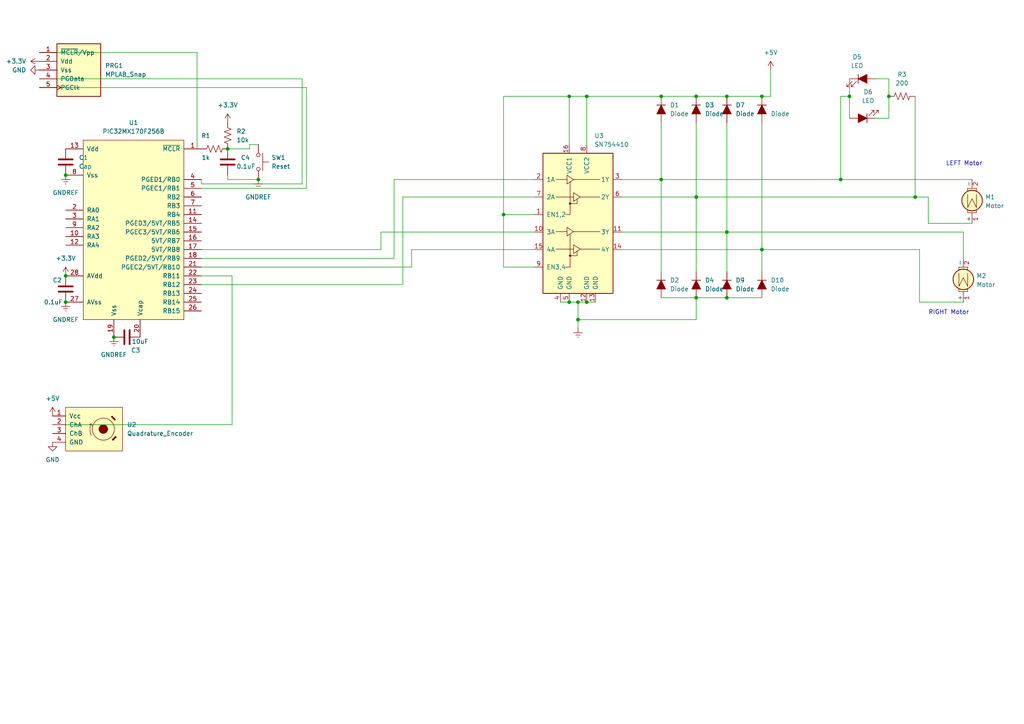
<source format=kicad_sch>
(kicad_sch (version 20230121) (generator eeschema)
  (paper "A4")
  (lib_symbols
    (symbol "ME218_BaseLib:Cap" (pin_numbers hide) (pin_names (offset 0.254))
      (property "Reference" "C" (at 0.635 2.54 0))
      (property "Value" "Cap" (at 0.635 -2.54 0))
      (symbol "Cap_0_1"
        (polyline (pts (xy -2.032 -0.762) (xy 2.032 -0.762)) (stroke (width 0.508)))
        (polyline (pts (xy -2.032 0.762) (xy 2.032 0.762)) (stroke (width 0.508)))
      )
      (symbol "Cap_1_1"
        (pin passive line (at 0 3.81 270) (length 2.794) (name "~") (number "1"))
        (pin passive line (at 0 -3.81 90) (length 2.794) (name "~") (number "2"))
      )
    )
    (symbol "ME218_BaseLib:Diode" (pin_numbers hide) (pin_names (offset 1.016) hide)
      (property "Reference" "D" (at 0 2.54 0))
      (property "Value" "Diode" (at 0 -2.54 0))
      (symbol "Diode_0_1"
        (polyline (pts (xy -1.27 1.27) (xy -1.27 -1.27)) (stroke (width 0.2032)))
        (polyline (pts (xy 1.27 0) (xy -1.27 0)))
        (polyline (pts (xy 1.27 1.27) (xy 1.27 -1.27) (xy -1.27 0) (xy 1.27 1.27)) (stroke (width 0.2032)) (fill (type outline)))
      )
      (symbol "Diode_1_1"
        (pin passive line (at -3.81 0 0) (length 2.54) (name "K") (number "1"))
        (pin passive line (at 3.81 0 180) (length 2.54) (name "A") (number "2"))
      )
    )
    (symbol "ME218_BaseLib:L293NE" (pin_names (offset 1.016))
      (property "Reference" "U" (at -5.08 26.035 0))
      (property "Value" "L293NE" (at -5.08 24.13 0))
      (symbol "L293NE_0_1"
        (rectangle (start -10.16 22.86) (end 10.16 -17.78) (stroke (width 0.254)) (fill (type background)))
        (circle (center -2.286 -6.858) (radius 0.254) (fill (type outline)))
        (circle (center -2.286 8.255) (radius 0.254) (fill (type outline)))
        (polyline (pts (xy -6.35 -4.953) (xy -1.27 -4.953)))
        (polyline (pts (xy -6.35 0.127) (xy -3.175 0.127)))
        (polyline (pts (xy -6.35 10.16) (xy -1.27 10.16)))
        (polyline (pts (xy -6.35 15.24) (xy -3.175 15.24)))
        (polyline (pts (xy -1.27 0.127) (xy 6.35 0.127)))
        (polyline (pts (xy -1.27 15.24) (xy 6.35 15.24)))
        (polyline (pts (xy 0.635 -4.953) (xy 6.35 -4.953)))
        (polyline (pts (xy 0.635 10.16) (xy 6.35 10.16)))
        (polyline (pts (xy -2.286 -6.858) (xy -0.254 -6.858) (xy -0.254 -5.588)))
        (polyline (pts (xy -2.286 -0.635) (xy -2.286 -10.16) (xy -3.556 -10.16)))
        (polyline (pts (xy -2.286 8.255) (xy -0.254 8.255) (xy -0.254 9.525)))
        (polyline (pts (xy -2.286 14.478) (xy -2.286 5.08) (xy -3.556 5.08)))
        (polyline (pts (xy -3.175 1.397) (xy -3.175 -1.143) (xy -1.27 0.127) (xy -3.175 1.397)))
        (polyline (pts (xy -3.175 16.51) (xy -3.175 13.97) (xy -1.27 15.24) (xy -3.175 16.51)))
        (polyline (pts (xy -1.27 -3.683) (xy -1.27 -6.223) (xy 0.635 -4.953) (xy -1.27 -3.683)))
        (polyline (pts (xy -1.27 11.43) (xy -1.27 8.89) (xy 0.635 10.16) (xy -1.27 11.43)))
      )
      (symbol "L293NE_1_1"
        (pin input line (at -12.7 5.08 0) (length 2.54) (name "EN1,2") (number "1"))
        (pin input line (at -12.7 0 0) (length 2.54) (name "3A") (number "10"))
        (pin output line (at 12.7 0 180) (length 2.54) (name "3Y") (number "11"))
        (pin power_in line (at 2.54 -20.32 90) (length 2.54) (name "GND") (number "12"))
        (pin power_in line (at 5.08 -20.32 90) (length 2.54) (name "GND") (number "13"))
        (pin output line (at 12.7 -5.08 180) (length 2.54) (name "4Y") (number "14"))
        (pin input line (at -12.7 -5.08 0) (length 2.54) (name "4A") (number "15"))
        (pin power_in line (at -2.54 25.4 270) (length 2.54) (name "VCC1") (number "16"))
        (pin input line (at -12.7 15.24 0) (length 2.54) (name "1A") (number "2"))
        (pin output line (at 12.7 15.24 180) (length 2.54) (name "1Y") (number "3"))
        (pin power_in line (at -5.08 -20.32 90) (length 2.54) (name "GND") (number "4"))
        (pin power_in line (at -2.54 -20.32 90) (length 2.54) (name "GND") (number "5"))
        (pin output line (at 12.7 10.16 180) (length 2.54) (name "2Y") (number "6"))
        (pin input line (at -12.7 10.16 0) (length 2.54) (name "2A") (number "7"))
        (pin power_in line (at 2.54 25.4 270) (length 2.54) (name "VCC2") (number "8"))
        (pin input line (at -12.7 -10.16 0) (length 2.54) (name "EN3,4") (number "9"))
      )
    )
    (symbol "ME218_BaseLib:LED" (pin_numbers hide) (pin_names (offset 1.016) hide)
      (property "Reference" "D" (at 0 2.54 0))
      (property "Value" "LED" (at 0 -2.54 0))
      (symbol "LED_0_1"
        (polyline (pts (xy -1.27 -1.27) (xy -1.27 1.27)) (stroke (width 0.2032)))
        (polyline (pts (xy -1.27 0) (xy 1.27 0)))
        (polyline (pts (xy 1.27 -1.27) (xy 1.27 1.27) (xy -1.27 0) (xy 1.27 -1.27)) (stroke (width 0.2032)) (fill (type outline)))
        (polyline (pts (xy -3.048 -0.762) (xy -4.572 -2.286) (xy -3.81 -2.286) (xy -4.572 -2.286) (xy -4.572 -1.524)))
        (polyline (pts (xy -1.778 -0.762) (xy -3.302 -2.286) (xy -2.54 -2.286) (xy -3.302 -2.286) (xy -3.302 -1.524)))
      )
      (symbol "LED_1_1"
        (pin passive line (at -3.81 0 0) (length 2.54) (name "K") (number "1"))
        (pin passive line (at 3.81 0 180) (length 2.54) (name "A") (number "2"))
      )
    )
    (symbol "ME218_BaseLib:MPLAB_Snap" (pin_names (offset 1.016))
      (property "Reference" "PRG" (at 0 8.89 0))
      (property "Value" "MPLAB_Snap" (at 8.89 1.27 90))
      (symbol "MPLAB_Snap_0_1"
        (rectangle (start -6.35 7.62) (end 6.35 -7.62) (stroke (width 0.254)) (fill (type background)))
      )
      (symbol "MPLAB_Snap_1_1"
        (pin output line (at -11.43 5.08 0) (length 5.08) (name "~{MCLR}/Vpp") (number "1"))
        (pin input line (at -11.43 2.54 0) (length 5.08) (name "Vdd") (number "2"))
        (pin input line (at -11.43 0 0) (length 5.08) (name "Vss") (number "3"))
        (pin bidirectional line (at -11.43 -2.54 0) (length 5.08) (name "PGData") (number "4"))
        (pin output clock (at -11.43 -5.08 0) (length 5.08) (name "PGClk") (number "5"))
        (pin no_connect line (at -2.54 -11.43 0) (length 5.08) hide (name "NC") (number "6"))
        (pin no_connect line (at -2.54 -13.97 0) (length 5.08) hide (name "NC") (number "7"))
        (pin no_connect line (at -2.54 -16.51 0) (length 5.08) hide (name "NC") (number "8"))
      )
    )
    (symbol "ME218_BaseLib:Motor" (pin_names (offset 0))
      (property "Reference" "M" (at 2.54 2.54 0))
      (property "Value" "Motor" (at 2.54 -5.08 0))
      (symbol "Motor_0_0"
        (circle (center 0 -1.524) (radius 2.9718) (stroke (width 0.254)) (fill (type background)))
        (polyline (pts (xy -1.27 -4.318) (xy -1.27 -5.08) (xy 1.27 -5.08) (xy 1.27 -4.318)) (fill (type background)))
        (polyline (pts (xy -1.27 1.27) (xy -1.27 2.032) (xy 1.27 2.032) (xy 1.27 1.27)) (fill (type background)))
        (polyline (pts (xy -1.27 -3.302) (xy -1.27 0.508) (xy 0 -2.032) (xy 1.27 0.508) (xy 1.27 -3.302)))
      )
      (symbol "Motor_0_1"
        (polyline (pts (xy 0 2.032) (xy 0 2.54)))
      )
      (symbol "Motor_1_1"
        (pin passive line (at 0 5.08 270) (length 2.54) (name "+") (number "1"))
        (pin passive line (at 0 -7.62 90) (length 2.54) (name "-") (number "2"))
      )
    )
    (symbol "ME218_BaseLib:PIC32MX170F256B" (pin_names (offset 1.016))
      (property "Reference" "U" (at -20.32 25.4 0))
      (property "Value" "PIC32MX170F256B" (at -7.62 25.4 0))
      (symbol "PIC32MX170F256B_0_1"
        (rectangle (start -21.59 24.13) (end 7.62 -27.94) (fill (type background)))
      )
      (symbol "PIC32MX170F256B_1_1"
        (pin input line (at 12.7 21.59 180) (length 5.08) (name "~{MCLR}") (number "1"))
        (pin bidirectional line (at -26.67 -3.81 0) (length 5.08) (name "RA3") (number "10"))
        (pin bidirectional line (at 12.7 2.54 180) (length 5.08) (name "RB4") (number "11"))
        (pin bidirectional line (at -26.67 -6.35 0) (length 5.08) (name "RA4") (number "12"))
        (pin power_in line (at -26.67 21.59 0) (length 5.08) (name "Vdd") (number "13"))
        (pin bidirectional line (at 12.7 0 180) (length 5.08) (name "PGED3/5VT/RB5") (number "14"))
        (pin bidirectional line (at 12.7 -2.54 180) (length 5.08) (name "PGEC3/5VT/RB6") (number "15"))
        (pin bidirectional line (at 12.7 -5.08 180) (length 5.08) (name "5VT/RB7") (number "16"))
        (pin bidirectional line (at 12.7 -7.62 180) (length 5.08) (name "5VT/RB8") (number "17"))
        (pin bidirectional line (at 12.7 -10.16 180) (length 5.08) (name "PGED2/5VT/RB9") (number "18"))
        (pin power_in line (at -12.7 -33.02 90) (length 5.08) (name "Vss") (number "19"))
        (pin bidirectional line (at -26.67 3.81 0) (length 5.08) (name "RA0") (number "2"))
        (pin input line (at -5.08 -33.02 90) (length 5.08) (name "Vcap") (number "20"))
        (pin bidirectional line (at 12.7 -12.7 180) (length 5.08) (name "PGEC2/5VT/RB10") (number "21"))
        (pin bidirectional line (at 12.7 -15.24 180) (length 5.08) (name "RB11") (number "22"))
        (pin bidirectional line (at 12.7 -17.78 180) (length 5.08) (name "RB12") (number "23"))
        (pin bidirectional line (at 12.7 -20.32 180) (length 5.08) (name "RB13") (number "24"))
        (pin bidirectional line (at 12.7 -22.86 180) (length 5.08) (name "RB14") (number "25"))
        (pin bidirectional line (at 12.7 -25.4 180) (length 5.08) (name "RB15") (number "26"))
        (pin power_in line (at -26.67 -22.86 0) (length 5.08) (name "AVss") (number "27"))
        (pin power_in line (at -26.67 -15.24 0) (length 5.08) (name "AVdd") (number "28"))
        (pin bidirectional line (at -26.67 1.27 0) (length 5.08) (name "RA1") (number "3"))
        (pin bidirectional line (at 12.7 12.7 180) (length 5.08) (name "PGED1/RB0") (number "4"))
        (pin bidirectional line (at 12.7 10.16 180) (length 5.08) (name "PGEC1/RB1") (number "5"))
        (pin bidirectional line (at 12.7 7.62 180) (length 5.08) (name "RB2") (number "6"))
        (pin bidirectional line (at 12.7 5.08 180) (length 5.08) (name "RB3") (number "7"))
        (pin power_in line (at -26.67 13.97 0) (length 5.08) (name "Vss") (number "8"))
        (pin bidirectional line (at -26.67 -1.27 0) (length 5.08) (name "RA2") (number "9"))
      )
    )
    (symbol "ME218_BaseLib:Quadrature_Encoder" (pin_names (offset 1.016))
      (property "Reference" "U" (at 0 20.32 0))
      (property "Value" "Quadrature_Encoder" (at 2.54 17.78 0))
      (symbol "Quadrature_Encoder_0_1"
        (rectangle (start -3.81 6.35) (end 12.7 -6.35) (fill (type background)))
        (polyline (pts (xy 3.556 1.524) (xy 3.048 1.27)))
        (polyline (pts (xy 3.556 1.524) (xy 3.81 1.016)))
        (polyline (pts (xy 9.398 3.556) (xy 10.414 2.54) (xy 10.668 2.794) (xy 9.652 3.81) (xy 9.398 3.556)) (fill (type outline)))
        (polyline (pts (xy 9.652 -3.048) (xy 10.668 -2.032) (xy 10.922 -2.286) (xy 9.906 -3.302) (xy 9.652 -3.048)) (fill (type outline)))
        (arc (start 3.556 1.524) (mid 3.2334 -0.127) (end 3.556 -1.778))
        (circle (center 7.112 0) (radius 1.27) (fill (type outline)))
        (circle (center 7.112 0) (radius 3.2004))
        (rectangle (start 12.7 0) (end 12.7 0))
      )
      (symbol "Quadrature_Encoder_1_1"
        (pin power_in line (at -7.62 3.81 0) (length 3.81) (name "Vcc") (number "1"))
        (pin output line (at -7.62 1.27 0) (length 3.81) (name "ChA") (number "2"))
        (pin output line (at -7.62 -1.27 0) (length 3.81) (name "ChB") (number "3"))
        (pin power_in line (at -7.62 -3.81 0) (length 3.81) (name "GND") (number "4"))
      )
    )
    (symbol "ME218_BaseLib:Res1" (pin_numbers hide) (pin_names (offset 0))
      (property "Reference" "R" (at 2.54 0 90))
      (property "Value" "Res1" (at -2.54 0 90))
      (symbol "Res1_0_1"
        (polyline (pts (xy 0 -2.286) (xy 0 -2.54)))
        (polyline (pts (xy 0 2.286) (xy 0 2.54)))
        (polyline (pts (xy 0 -0.762) (xy 1.016 -1.143) (xy 0 -1.524) (xy -1.016 -1.905) (xy 0 -2.286)))
        (polyline (pts (xy 0 0.762) (xy 1.016 0.381) (xy 0 0) (xy -1.016 -0.381) (xy 0 -0.762)))
        (polyline (pts (xy 0 2.286) (xy 1.016 1.905) (xy 0 1.524) (xy -1.016 1.143) (xy 0 0.762)))
      )
      (symbol "Res1_1_1"
        (pin passive line (at 0 3.81 270) (length 1.27) (name "~") (number "1"))
        (pin passive line (at 0 -3.81 90) (length 1.27) (name "~") (number "2"))
      )
    )
    (symbol "ME218_BaseLib:SW_Push" (pin_numbers hide) (pin_names (offset 1.016) hide)
      (property "Reference" "SW" (at 1.27 2.54 0))
      (property "Value" "SW_Push" (at 0 -1.524 0))
      (symbol "SW_Push_0_1"
        (circle (center -2.032 0) (radius 0.508))
        (polyline (pts (xy 0 1.27) (xy 0 3.048)))
        (polyline (pts (xy 2.54 1.27) (xy -2.54 1.27)))
        (circle (center 2.032 0) (radius 0.508))
        (pin passive line (at -5.08 0 0) (length 2.54) (name "1") (number "1"))
        (pin passive line (at 5.08 0 180) (length 2.54) (name "2") (number "2"))
      )
    )
    (symbol "Res1_1" (pin_numbers hide) (pin_names (offset 0))
      (property "Reference" "R" (at 2.54 0 90))
      (property "Value" "Res1" (at -2.54 0 90))
      (symbol "Res1_1_0_1"
        (polyline (pts (xy 0 -2.286) (xy 0 -2.54)))
        (polyline (pts (xy 0 2.286) (xy 0 2.54)))
        (polyline (pts (xy 0 -0.762) (xy 1.016 -1.143) (xy 0 -1.524) (xy -1.016 -1.905) (xy 0 -2.286)))
        (polyline (pts (xy 0 0.762) (xy 1.016 0.381) (xy 0 0) (xy -1.016 -0.381) (xy 0 -0.762)))
        (polyline (pts (xy 0 2.286) (xy 1.016 1.905) (xy 0 1.524) (xy -1.016 1.143) (xy 0 0.762)))
      )
      (symbol "Res1_1_1_1"
        (pin passive line (at 0 3.81 270) (length 1.27) (name "~") (number "1"))
        (pin passive line (at 0 -3.81 90) (length 1.27) (name "~") (number "2"))
      )
    )
    (symbol "power:+3.3V" (power) (pin_names (offset 0))
      (property "Value" "+3.3V" (at 0 3.556 0))
      (symbol "+3.3V_0_1"
        (polyline (pts (xy -0.762 1.27) (xy 0 2.54)))
        (polyline (pts (xy 0 0) (xy 0 2.54)))
        (polyline (pts (xy 0 2.54) (xy 0.762 1.27)))
      )
      (symbol "+3.3V_1_1"
        (pin power_in line (at 0 0 90) (length 0) hide (name "+3.3V") (number "1"))
      )
    )
    (symbol "power:+5V" (power) (pin_names (offset 0))
      (property "Value" "+5V" (at 0 3.556 0))
      (symbol "+5V_0_1"
        (polyline (pts (xy -0.762 1.27) (xy 0 2.54)))
        (polyline (pts (xy 0 0) (xy 0 2.54)))
        (polyline (pts (xy 0 2.54) (xy 0.762 1.27)))
      )
      (symbol "+5V_1_1"
        (pin power_in line (at 0 0 90) (length 0) hide (name "+5V") (number "1"))
      )
    )
    (symbol "power:Earth" (power) (pin_names (offset 0))
      (symbol "Earth_0_1"
        (polyline (pts (xy -0.635 -1.905) (xy 0.635 -1.905)))
        (polyline (pts (xy -0.127 -2.54) (xy 0.127 -2.54)))
        (polyline (pts (xy 0 -1.27) (xy 0 0)))
        (polyline (pts (xy 1.27 -1.27) (xy -1.27 -1.27)))
      )
      (symbol "Earth_1_1"
        (pin power_in line (at 0 0 270) (length 0) hide (name "Earth") (number "1"))
      )
    )
    (symbol "power:GND" (power) (pin_names (offset 0))
      (property "Value" "GND" (at 0 -3.81 0))
      (symbol "GND_0_1"
        (polyline (pts (xy 0 0) (xy 0 -1.27) (xy 1.27 -1.27) (xy 0 -2.54) (xy -1.27 -1.27) (xy 0 -1.27)))
      )
      (symbol "GND_1_1"
        (pin power_in line (at 0 0 270) (length 0) hide (name "GND") (number "1"))
      )
    )
    (symbol "power:GNDREF" (power) (pin_names (offset 0))
      (property "Value" "GNDREF" (at 0 -3.81 0))
      (symbol "GNDREF_0_1"
        (polyline (pts (xy -0.635 -1.905) (xy 0.635 -1.905)))
        (polyline (pts (xy -0.127 -2.54) (xy 0.127 -2.54)))
        (polyline (pts (xy 0 -1.27) (xy 0 0)))
        (polyline (pts (xy 1.27 -1.27) (xy -1.27 -1.27)))
      )
      (symbol "GNDREF_1_1"
        (pin power_in line (at 0 0 270) (length 0) hide (name "GNDREF") (number "1"))
      )
    )
  )
  (junction (at 191.77 52.07))
  (junction (at 201.93 86.36))
  (junction (at 33.02 97.79))
  (junction (at 220.98 27.94))
  (junction (at 19.05 50.8))
  (junction (at 74.93 52.07))
  (junction (at 210.82 86.36))
  (junction (at 246.38 27.94))
  (junction (at 210.82 67.31))
  (junction (at 257.81 27.94))
  (junction (at 265.43 57.15))
  (junction (at 167.64 87.63))
  (junction (at 170.18 27.94))
  (junction (at 165.1 27.94))
  (junction (at 19.05 87.63))
  (junction (at 220.98 72.39))
  (junction (at 170.18 87.63))
  (junction (at 146.05 62.23))
  (junction (at 210.82 27.94))
  (junction (at 167.64 92.71))
  (junction (at 66.04 43.18))
  (junction (at 201.93 27.94))
  (junction (at 243.84 52.07))
  (junction (at 201.93 57.15))
  (junction (at 165.1 87.63))
  (junction (at 19.05 80.01))
  (junction (at 191.77 27.94))
  (wire (pts (xy 210.82 67.31) (xy 279.4 67.31)))
  (wire (pts (xy 266.7 72.39) (xy 266.7 87.63)))
  (wire (pts (xy 279.4 67.31) (xy 279.4 74.93)))
  (wire (pts (xy 165.1 41.91) (xy 165.1 27.94)))
  (wire (pts (xy 180.34 52.07) (xy 191.77 52.07)))
  (wire (pts (xy 87.63 22.86) (xy 87.63 53.34)))
  (wire (pts (xy 243.84 27.94) (xy 243.84 52.07)))
  (wire (pts (xy 246.38 27.94) (xy 243.84 27.94)))
  (wire (pts (xy 116.84 82.55) (xy 116.84 57.15)))
  (wire (pts (xy 146.05 62.23) (xy 146.05 77.47)))
  (wire (pts (xy 265.43 27.94) (xy 265.43 57.15)))
  (wire (pts (xy 110.49 67.31) (xy 154.94 67.31)))
  (wire (pts (xy 220.98 35.56) (xy 220.98 72.39)))
  (wire (pts (xy 167.64 87.63) (xy 167.64 92.71)))
  (wire (pts (xy 88.9 25.4) (xy 88.9 54.61)))
  (wire (pts (xy 265.43 57.15) (xy 269.24 57.15)))
  (wire (pts (xy 254 34.29) (xy 257.81 34.29)))
  (wire (pts (xy 72.39 43.18) (xy 66.04 43.18)))
  (wire (pts (xy 266.7 87.63) (xy 279.4 87.63)))
  (wire (pts (xy 269.24 64.77) (xy 281.94 64.77)))
  (wire (pts (xy 66.04 50.8) (xy 66.04 52.07)))
  (wire (pts (xy 74.93 41.91) (xy 72.39 41.91)))
  (wire (pts (xy 257.81 34.29) (xy 257.81 27.94)))
  (wire (pts (xy 11.43 25.4) (xy 88.9 25.4)))
  (wire (pts (xy 72.39 41.91) (xy 72.39 43.18)))
  (wire (pts (xy 191.77 52.07) (xy 191.77 78.74)))
  (wire (pts (xy 119.38 72.39) (xy 154.94 72.39)))
  (wire (pts (xy 66.04 52.07) (xy 74.93 52.07)))
  (wire (pts (xy 154.94 77.47) (xy 146.05 77.47)))
  (wire (pts (xy 191.77 86.36) (xy 201.93 86.36)))
  (wire (pts (xy 58.42 74.93) (xy 114.3 74.93)))
  (wire (pts (xy 210.82 67.31) (xy 210.82 78.74)))
  (wire (pts (xy 87.63 53.34) (xy 58.42 53.34)))
  (wire (pts (xy 201.93 86.36) (xy 210.82 86.36)))
  (wire (pts (xy 57.15 43.18) (xy 57.15 15.24)))
  (wire (pts (xy 88.9 54.61) (xy 58.42 54.61)))
  (wire (pts (xy 191.77 27.94) (xy 201.93 27.94)))
  (wire (pts (xy 246.38 27.94) (xy 246.38 34.29)))
  (wire (pts (xy 201.93 86.36) (xy 201.93 92.71)))
  (wire (pts (xy 167.64 87.63) (xy 170.18 87.63)))
  (wire (pts (xy 116.84 57.15) (xy 154.94 57.15)))
  (wire (pts (xy 201.93 27.94) (xy 210.82 27.94)))
  (wire (pts (xy 170.18 27.94) (xy 170.18 41.91)))
  (wire (pts (xy 114.3 74.93) (xy 114.3 52.07)))
  (wire (pts (xy 165.1 27.94) (xy 170.18 27.94)))
  (wire (pts (xy 191.77 52.07) (xy 243.84 52.07)))
  (wire (pts (xy 243.84 52.07) (xy 281.94 52.07)))
  (wire (pts (xy 15.24 123.19) (xy 67.31 123.19)))
  (wire (pts (xy 58.42 72.39) (xy 110.49 72.39)))
  (wire (pts (xy 114.3 52.07) (xy 154.94 52.07)))
  (wire (pts (xy 146.05 27.94) (xy 146.05 62.23)))
  (wire (pts (xy 210.82 35.56) (xy 210.82 67.31)))
  (wire (pts (xy 201.93 57.15) (xy 201.93 78.74)))
  (wire (pts (xy 67.31 123.19) (xy 67.31 80.01)))
  (wire (pts (xy 162.56 87.63) (xy 165.1 87.63)))
  (wire (pts (xy 257.81 22.86) (xy 257.81 27.94)))
  (wire (pts (xy 154.94 62.23) (xy 146.05 62.23)))
  (wire (pts (xy 170.18 27.94) (xy 191.77 27.94)))
  (wire (pts (xy 58.42 82.55) (xy 116.84 82.55)))
  (wire (pts (xy 170.18 87.63) (xy 172.72 87.63)))
  (wire (pts (xy 220.98 72.39) (xy 266.7 72.39)))
  (wire (pts (xy 254 22.86) (xy 257.81 22.86)))
  (wire (pts (xy 223.52 20.32) (xy 223.52 27.94)))
  (wire (pts (xy 58.42 53.34) (xy 58.42 52.07)))
  (wire (pts (xy 201.93 92.71) (xy 167.64 92.71)))
  (wire (pts (xy 180.34 72.39) (xy 220.98 72.39)))
  (wire (pts (xy 58.42 80.01) (xy 67.31 80.01)))
  (wire (pts (xy 210.82 27.94) (xy 220.98 27.94)))
  (wire (pts (xy 167.64 92.71) (xy 167.64 95.25)))
  (wire (pts (xy 165.1 87.63) (xy 167.64 87.63)))
  (wire (pts (xy 210.82 86.36) (xy 220.98 86.36)))
  (wire (pts (xy 201.93 57.15) (xy 265.43 57.15)))
  (wire (pts (xy 110.49 72.39) (xy 110.49 67.31)))
  (wire (pts (xy 11.43 22.86) (xy 87.63 22.86)))
  (wire (pts (xy 201.93 35.56) (xy 201.93 57.15)))
  (wire (pts (xy 180.34 67.31) (xy 210.82 67.31)))
  (wire (pts (xy 180.34 57.15) (xy 201.93 57.15)))
  (wire (pts (xy 220.98 27.94) (xy 223.52 27.94)))
  (wire (pts (xy 58.42 77.47) (xy 119.38 77.47)))
  (wire (pts (xy 246.38 22.86) (xy 246.38 27.94)))
  (wire (pts (xy 191.77 35.56) (xy 191.77 52.07)))
  (wire (pts (xy 269.24 57.15) (xy 269.24 64.77)))
  (wire (pts (xy 220.98 72.39) (xy 220.98 78.74)))
  (wire (pts (xy 57.15 15.24) (xy 11.43 15.24)))
  (wire (pts (xy 119.38 77.47) (xy 119.38 72.39)))
  (wire (pts (xy 146.05 27.94) (xy 165.1 27.94)))
  (text "RIGHT Motor" (at 269.24 91.44 0) (effects (font (size 1.27 1.27)) (justify left bottom)))
  (text "LEFT Motor" (at 274.32 48.26 0) (effects (font (size 1.27 1.27)) (justify left bottom)))
  (symbol (lib_id "ME218_BaseLib:SW_Push") (at 74.93 46.99 270) (unit 1)
    (property "Reference" "SW1" (at 78.74 45.7199 90) (effects (justify left)))
    (property "Value" "Reset" (at 78.74 48.2599 90) (effects (justify left)))
  )
  (symbol (lib_id "ME218_BaseLib:Diode") (at 210.82 31.75 270) (unit 1)
    (property "Reference" "D7" (at 213.36 30.48 90) (effects (justify left)))
    (property "Value" "Diode" (at 213.36 33.02 90) (effects (justify left)))
  )
  (symbol (lib_id "ME218_BaseLib:Diode") (at 210.82 82.55 270) (unit 1)
    (property "Reference" "D9" (at 213.36 81.28 90) (effects (justify left)))
    (property "Value" "Diode" (at 213.36 83.82 90) (effects (justify left)))
  )
  (symbol (lib_id "power:GNDREF") (at 33.02 97.79 0) (unit 1)
    (property "Reference" "#PWR06" (effects hide))
    (property "Value" "GNDREF" (at 33.02 102.87 0))
  )
  (symbol (lib_id "ME218_BaseLib:Quadrature_Encoder") (at 22.86 124.46 0) (unit 1)
    (property "Reference" "U2" (at 36.83 123.19 0) (effects (justify left)))
    (property "Value" "Quadrature_Encoder" (at 36.83 125.73 0) (effects (justify left)))
  )
  (symbol (lib_id "power:+3.3V") (at 11.43 17.78 90) (unit 1)
    (property "Reference" "#PWR012" (effects hide))
    (property "Value" "+3.3V" (at 7.62 17.78 90) (effects (justify left)))
  )
  (symbol (lib_id "power:GND") (at 11.43 20.32 270) (unit 1)
    (property "Reference" "#PWR013" (effects hide))
    (property "Value" "GND" (at 7.62 20.32 90) (effects (justify right)))
  )
  (symbol (lib_id "ME218_BaseLib:Cap") (at 66.04 46.99 0) (unit 1)
    (property "Reference" "C4" (at 69.85 45.7199 0) (effects (justify left)))
    (property "Value" "0.1uF" (at 68.58 48.26 0) (effects (justify left)))
  )
  (symbol (lib_id "power:+5V") (at 15.24 120.65 0) (unit 1)
    (property "Reference" "#PWR09" (effects hide))
    (property "Value" "+5V" (at 15.24 115.57 0))
  )
  (symbol (lib_id "ME218_BaseLib:LED") (at 250.19 34.29 180) (unit 1)
    (property "Reference" "D6" (at 251.7902 26.67 0))
    (property "Value" "LED" (at 251.7902 29.21 0))
  )
  (symbol (lib_id "ME218_BaseLib:Cap") (at 19.05 83.82 0) (unit 1)
    (property "Reference" "C2" (at 15.24 81.28 0) (effects (justify left)))
    (property "Value" "0.1uF" (at 12.7 87.63 0) (effects (justify left)))
  )
  (symbol (lib_id "ME218_BaseLib:Diode") (at 220.98 82.55 270) (unit 1)
    (property "Reference" "D10" (at 223.52 81.28 90) (effects (justify left)))
    (property "Value" "Diode" (at 223.52 83.82 90) (effects (justify left)))
  )
  (symbol (lib_id "power:+3.3V") (at 19.05 80.01 0) (unit 1)
    (property "Reference" "#PWR03" (effects hide))
    (property "Value" "+3.3V" (at 19.05 74.93 0))
  )
  (symbol (lib_id "ME218_BaseLib:Diode") (at 191.77 82.55 270) (unit 1)
    (property "Reference" "D2" (at 194.31 81.28 90) (effects (justify left)))
    (property "Value" "Diode" (at 194.31 83.82 90) (effects (justify left)))
  )
  (symbol (lib_id "power:GNDREF") (at 19.05 87.63 0) (unit 1)
    (property "Reference" "#PWR04" (effects hide))
    (property "Value" "GNDREF" (at 19.05 92.71 0))
  )
  (symbol (lib_id "ME218_BaseLib:Cap") (at 36.83 97.79 90) (unit 1)
    (property "Reference" "C3" (at 39.37 101.6 90))
    (property "Value" "10uF" (at 40.64 99.06 90))
  )
  (symbol (lib_id "power:GNDREF") (at 19.05 50.8 0) (unit 1)
    (property "Reference" "#PWR02" (effects hide))
    (property "Value" "GNDREF" (at 19.05 55.88 0))
  )
  (symbol (lib_id "ME218_BaseLib:LED") (at 250.19 22.86 0) (unit 1)
    (property "Reference" "D5" (at 248.5898 16.51 0))
    (property "Value" "LED" (at 248.5898 19.05 0))
  )
  (symbol (lib_id "ME218_BaseLib:Diode") (at 220.98 31.75 270) (unit 1)
    (property "Reference" "D8" (effects hide))
    (property "Value" "Diode" (at 223.52 33.02 90) (effects (justify left)))
  )
  (symbol (lib_id "power:Earth") (at 167.64 95.25 0) (unit 1)
    (property "Reference" "#PWR011" (effects hide))
    (property "Value" "Earth" (effects hide))
  )
  (symbol (lib_id "ME218_BaseLib:MPLAB_Snap") (at 22.86 20.32 0) (unit 1)
    (property "Reference" "PRG1" (at 30.48 19.05 0) (effects (justify left)))
    (property "Value" "MPLAB_Snap" (at 30.48 21.59 0) (effects (justify left)))
  )
  (symbol (lib_id "ME218_BaseLib:Motor") (at 281.94 59.69 180) (unit 1)
    (property "Reference" "M1" (at 285.75 57.15 0) (effects (justify right)))
    (property "Value" "Motor" (at 285.75 59.69 0) (effects (justify right)))
  )
  (symbol (lib_id "ME218_BaseLib:L293NE") (at 167.64 67.31 0) (unit 1)
    (property "Reference" "U3" (at 172.3741 39.37 0) (effects (justify left)))
    (property "Value" "SN754410" (at 172.3741 41.91 0) (effects (justify left)))
    (property "Footprint" "Package_DIP:DIP-16_W7.62mm" (effects hide))
  )
  (symbol (lib_id "power:GNDREF") (at 74.93 52.07 0) (unit 1)
    (property "Reference" "#PWR08" (effects hide))
    (property "Value" "GNDREF" (at 74.93 57.15 0))
  )
  (symbol (lib_id "ME218_BaseLib:Diode") (at 201.93 82.55 270) (unit 1)
    (property "Reference" "D4" (at 204.47 81.28 90) (effects (justify left)))
    (property "Value" "Diode" (at 204.47 83.82 90) (effects (justify left)))
  )
  (symbol (lib_id "power:+5V") (at 223.52 20.32 0) (unit 1)
    (property "Reference" "#PWR014" (effects hide))
    (property "Value" "+5V" (at 223.52 15.24 0))
  )
  (symbol (lib_id "power:GND") (at 15.24 128.27 0) (unit 1)
    (property "Reference" "#PWR010" (effects hide))
    (property "Value" "GND" (at 15.24 133.35 0))
  )
  (symbol (lib_id "power:+3.3V") (at 66.04 35.56 0) (unit 1)
    (property "Reference" "#PWR07" (effects hide))
    (property "Value" "+3.3V" (at 66.04 30.48 0))
  )
  (symbol (lib_id "ME218_BaseLib:Diode") (at 201.93 31.75 270) (unit 1)
    (property "Reference" "D3" (at 204.47 30.48 90) (effects (justify left)))
    (property "Value" "Diode" (at 204.47 33.02 90) (effects (justify left)))
  )
  (symbol (lib_id "ME218_BaseLib:Motor") (at 279.4 82.55 180) (unit 1)
    (property "Reference" "M2" (at 283.21 80.01 0) (effects (justify right)))
    (property "Value" "Motor" (at 283.21 82.55 0) (effects (justify right)))
  )
  (symbol (lib_id "ME218_BaseLib:PIC32MX170F256B") (at 45.72 64.77 0) (unit 1)
    (property "Reference" "U1" (at 38.735 35.56 0))
    (property "Value" "PIC32MX170F256B" (at 38.735 38.1 0))
  )
  (symbol (lib_id "ME218_BaseLib:Diode") (at 191.77 31.75 270) (unit 1)
    (property "Reference" "D1" (at 194.31 30.48 90) (effects (justify left)))
    (property "Value" "Diode" (at 194.31 33.02 90) (effects (justify left)))
  )
  (symbol (lib_id "ME218_BaseLib:Res1") (at 66.04 39.37 180) (unit 1)
    (property "Reference" "R2" (at 68.58 38.0999 0) (effects (justify right)))
    (property "Value" "10k" (at 68.58 40.6399 0) (effects (justify right)))
  )
  (symbol (lib_id "ME218_BaseLib:Cap") (at 19.05 46.99 0) (unit 1)
    (property "Reference" "C1" (at 22.86 45.7199 0) (effects (justify left)))
    (property "Value" "Cap" (at 22.86 48.2599 0) (effects (justify left)))
  )
  (symbol (lib_name "Res1_1") (lib_id "ME218_BaseLib:Res1") (at 261.62 27.94 90) (unit 1)
    (property "Reference" "R3" (at 261.62 21.59 90))
    (property "Value" "200" (at 261.62 24.13 90))
  )
  (symbol (lib_id "ME218_BaseLib:Res1") (at 62.23 43.18 90) (unit 1)
    (property "Reference" "R1" (at 59.69 39.37 90))
    (property "Value" "1k" (at 59.69 45.72 90))
  )
)
</source>
